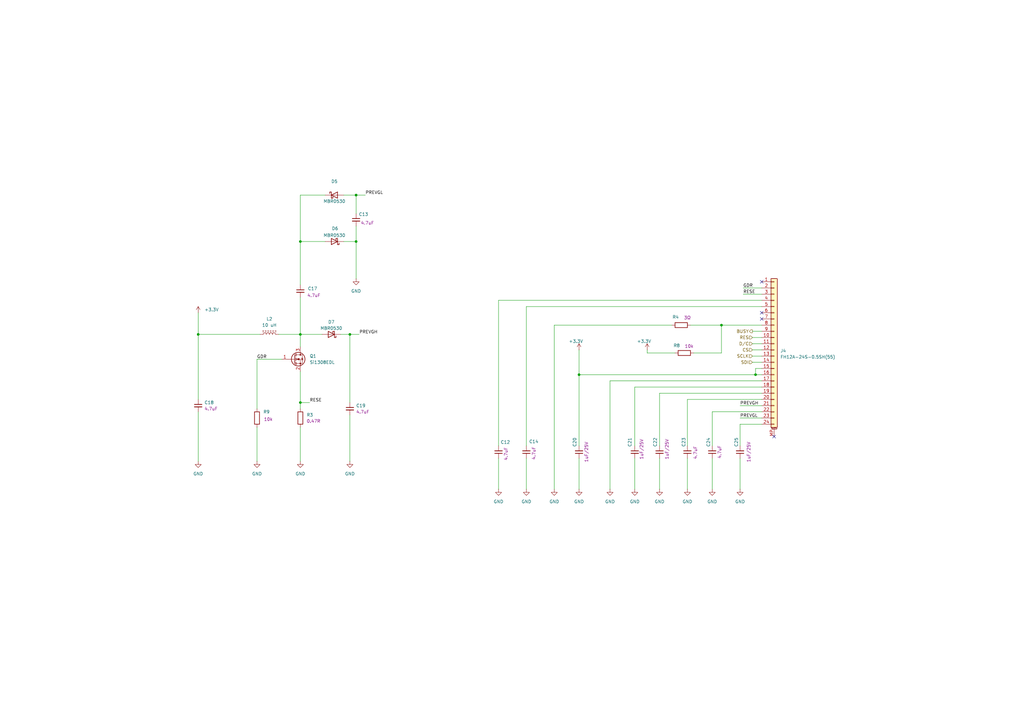
<source format=kicad_sch>
(kicad_sch (version 20250114) (generator "eeschema") (generator_version "9.0")
  (paper "A3")
  (title_block (title "Display") (rev "v0.1"))
  (lib_symbols
    (symbol "2s_Capacitor:1uF_0603_25V" (pin_numbers (hide yes)) (pin_names (offset 0.254) (hide yes))
      (property "Reference" "C" (at 1.905 1.27 0))
      (property "Display" "1uF/25V" (at 1.905 -1.27 0))
      (symbol "1uF_0603_25V_0_1"
        (polyline (pts (xy -1.524 0.508) (xy 1.524 0.508)) (stroke (width 0.3048)))
        (polyline (pts (xy -1.524 -0.508) (xy 1.524 -0.508)) (stroke (width 0.3302)))
      )
      (symbol "1uF_0603_25V_1_1"
        (pin passive line (at 0 2.54 270) (length 2.032) (name "~") (number "1"))
        (pin passive line (at 0 -2.54 90) (length 2.032) (name "~") (number "2"))
      )
    )
    (symbol "2s_Capacitor:4.7uF_0603_25V" (pin_numbers (hide yes)) (pin_names (offset 0.254) (hide yes))
      (property "Reference" "C" (at 1.905 1.27 0))
      (property "Display" "4.7uF" (at 1.905 -1.27 0))
      (symbol "4.7uF_0603_25V_0_1"
        (polyline (pts (xy -1.524 0.508) (xy 1.524 0.508)) (stroke (width 0.3048)))
        (polyline (pts (xy -1.524 -0.508) (xy 1.524 -0.508)) (stroke (width 0.3302)))
      )
      (symbol "4.7uF_0603_25V_1_1"
        (pin passive line (at 0 2.54 270) (length 2.032) (name "~") (number "1"))
        (pin passive line (at 0 -2.54 90) (length 2.032) (name "~") (number "2"))
      )
    )
    (symbol "2s_Resistor_0603:0.47R_0603" (pin_numbers (hide yes)) (pin_names (offset 0))
      (property "Reference" "R" (at 2.032 0 90))
      (property "Display" "0.47R" (at 3.81 0 90))
      (symbol "0.47R_0603_0_1"
        (rectangle (start -1.016 -2.54) (end 1.016 2.54) (stroke (width 0.254)))
      )
      (symbol "0.47R_0603_1_1"
        (pin passive line (at 0 3.81 270) (length 1.27) (name "~") (number "1"))
        (pin passive line (at 0 -3.81 90) (length 1.27) (name "~") (number "2"))
      )
    )
    (symbol "2s_Resistor_0603:10k_0603" (pin_numbers (hide yes)) (pin_names (offset 0))
      (property "Reference" "R" (at 2.032 0 90))
      (property "Display" "10k" (at 3.81 0 90))
      (symbol "10k_0603_0_1"
        (rectangle (start -1.016 -2.54) (end 1.016 2.54) (stroke (width 0.254)))
      )
      (symbol "10k_0603_1_1"
        (pin passive line (at 0 3.81 270) (length 1.27) (name "~") (number "1"))
        (pin passive line (at 0 -3.81 90) (length 1.27) (name "~") (number "2"))
      )
    )
    (symbol "2s_Resistor_0603:3Ω_0603" (pin_numbers (hide yes)) (pin_names (offset 0))
      (property "Reference" "R" (at 2.032 0 90))
      (property "Display" "3Ω" (at 3.81 0 90))
      (symbol "3Ω_0603_0_1"
        (rectangle (start -1.016 -2.54) (end 1.016 2.54) (stroke (width 0.254)))
      )
      (symbol "3Ω_0603_1_1"
        (pin passive line (at 0 3.81 270) (length 1.27) (name "~") (number "1"))
        (pin passive line (at 0 -3.81 90) (length 1.27) (name "~") (number "2"))
      )
    )
    (symbol "2s_connectors:FH12A-24S-0.5SH(55)" (pin_names (offset 1.016) (hide yes))
      (property "Reference" "J" (at 0 30.48 0))
      (property "Value" "FH12A-24S-0.5SH(55)" (at 1.27 -33.02 0))
      (symbol "FH12A-24S-0.5SH(55)_1_1"
        (rectangle (start -1.27 29.21) (end 1.27 -31.75) (stroke (width 0.254)) (fill (type background)))
        (rectangle (start -1.27 28.067) (end 0 27.813) (stroke (width 0.1524)))
        (rectangle (start -1.27 25.527) (end 0 25.273) (stroke (width 0.1524)))
        (rectangle (start -1.27 22.987) (end 0 22.733) (stroke (width 0.1524)))
        (rectangle (start -1.27 20.447) (end 0 20.193) (stroke (width 0.1524)))
        (rectangle (start -1.27 17.907) (end 0 17.653) (stroke (width 0.1524)))
        (rectangle (start -1.27 15.367) (end 0 15.113) (stroke (width 0.1524)))
        (rectangle (start -1.27 12.827) (end 0 12.573) (stroke (width 0.1524)))
        (rectangle (start -1.27 10.287) (end 0 10.033) (stroke (width 0.1524)))
        (rectangle (start -1.27 7.747) (end 0 7.493) (stroke (width 0.1524)))
        (rectangle (start -1.27 5.207) (end 0 4.953) (stroke (width 0.1524)))
        (rectangle (start -1.27 2.667) (end 0 2.413) (stroke (width 0.1524)))
        (rectangle (start -1.27 0.127) (end 0 -0.127) (stroke (width 0.1524)))
        (rectangle (start -1.27 -2.413) (end 0 -2.667) (stroke (width 0.1524)))
        (rectangle (start -1.27 -4.953) (end 0 -5.207) (stroke (width 0.1524)))
        (rectangle (start -1.27 -7.493) (end 0 -7.747) (stroke (width 0.1524)))
        (rectangle (start -1.27 -10.033) (end 0 -10.287) (stroke (width 0.1524)))
        (rectangle (start -1.27 -12.573) (end 0 -12.827) (stroke (width 0.1524)))
        (rectangle (start -1.27 -15.113) (end 0 -15.367) (stroke (width 0.1524)))
        (rectangle (start -1.27 -17.653) (end 0 -17.907) (stroke (width 0.1524)))
        (rectangle (start -1.27 -20.193) (end 0 -20.447) (stroke (width 0.1524)))
        (rectangle (start -1.27 -22.733) (end 0 -22.987) (stroke (width 0.1524)))
        (rectangle (start -1.27 -25.273) (end 0 -25.527) (stroke (width 0.1524)))
        (rectangle (start -1.27 -27.813) (end 0 -28.067) (stroke (width 0.1524)))
        (rectangle (start -1.27 -30.353) (end 0 -30.607) (stroke (width 0.1524)))
        (polyline (pts (xy -1.016 -32.512) (xy 1.016 -32.512)) (stroke (width 0.1524)))
        (text "Mounting" (at 0 -32.131 0) (effects (font (size 0.381 0.381))))
        (pin passive line (at -5.08 27.94 0) (length 3.81) (name "Pin_1") (number "1"))
        (pin passive line (at -5.08 25.4 0) (length 3.81) (name "Pin_2") (number "2"))
        (pin passive line (at -5.08 22.86 0) (length 3.81) (name "Pin_3") (number "3"))
        (pin passive line (at -5.08 20.32 0) (length 3.81) (name "Pin_4") (number "4"))
        (pin passive line (at -5.08 17.78 0) (length 3.81) (name "Pin_5") (number "5"))
        (pin passive line (at -5.08 15.24 0) (length 3.81) (name "Pin_6") (number "6"))
        (pin passive line (at -5.08 12.7 0) (length 3.81) (name "Pin_7") (number "7"))
        (pin passive line (at -5.08 10.16 0) (length 3.81) (name "Pin_8") (number "8"))
        (pin passive line (at -5.08 7.62 0) (length 3.81) (name "Pin_9") (number "9"))
        (pin passive line (at -5.08 5.08 0) (length 3.81) (name "Pin_10") (number "10"))
        (pin passive line (at -5.08 2.54 0) (length 3.81) (name "Pin_11") (number "11"))
        (pin passive line (at -5.08 0 0) (length 3.81) (name "Pin_12") (number "12"))
        (pin passive line (at -5.08 -2.54 0) (length 3.81) (name "Pin_13") (number "13"))
        (pin passive line (at -5.08 -5.08 0) (length 3.81) (name "Pin_14") (number "14"))
        (pin passive line (at -5.08 -7.62 0) (length 3.81) (name "Pin_15") (number "15"))
        (pin passive line (at -5.08 -10.16 0) (length 3.81) (name "Pin_16") (number "16"))
        (pin passive line (at -5.08 -12.7 0) (length 3.81) (name "Pin_17") (number "17"))
        (pin passive line (at -5.08 -15.24 0) (length 3.81) (name "Pin_18") (number "18"))
        (pin passive line (at -5.08 -17.78 0) (length 3.81) (name "Pin_19") (number "19"))
        (pin passive line (at -5.08 -20.32 0) (length 3.81) (name "Pin_20") (number "20"))
        (pin passive line (at -5.08 -22.86 0) (length 3.81) (name "Pin_21") (number "21"))
        (pin passive line (at -5.08 -25.4 0) (length 3.81) (name "Pin_22") (number "22"))
        (pin passive line (at -5.08 -27.94 0) (length 3.81) (name "Pin_23") (number "23"))
        (pin passive line (at -5.08 -30.48 0) (length 3.81) (name "Pin_24") (number "24"))
        (pin passive line (at 0 -35.56 90) (length 3.048) (name "MountPin") (number "MP"))
      )
    )
    (symbol "2s_diodes:MBR0530" (pin_numbers (hide yes)) (pin_names (offset 1.016) (hide yes))
      (property "Reference" "D" (at 0 2.54 0))
      (property "Value" "MBR0530" (at 0 -2.54 0))
      (symbol "MBR0530_0_1"
        (polyline (pts (xy -1.905 0.635) (xy -1.905 1.27) (xy -1.27 1.27) (xy -1.27 -1.27) (xy -0.635 -1.27) (xy -0.635 -0.635)) (stroke (width 0.254)))
        (polyline (pts (xy 1.27 1.27) (xy 1.27 -1.27) (xy -1.27 0) (xy 1.27 1.27)) (stroke (width 0.254)))
        (polyline (pts (xy 1.27 0) (xy -1.27 0)))
      )
      (symbol "MBR0530_1_1"
        (pin passive line (at -3.81 0 0) (length 2.54) (name "K") (number "1"))
        (pin passive line (at 3.81 0 180) (length 2.54) (name "A") (number "2"))
      )
    )
    (symbol "2s_inductors:7447732110" (pin_numbers (hide yes)) (pin_names (offset 1.016) (hide yes))
      (property "Reference" "L" (at -1.27 0 90))
      (property "Value" "10 uH" (at 2.794 0 90))
      (symbol "7447732110_0_1"
        (arc (start 0 2.54) (mid 0.6323 1.905) (end 0 1.27))
        (arc (start 0 1.27) (mid 0.6323 0.635) (end 0 0))
        (arc (start 0 0) (mid 0.6323 -0.635) (end 0 -1.27))
        (arc (start 0 -1.27) (mid 0.6323 -1.905) (end 0 -2.54))
        (polyline (pts (xy 1.016 2.286) (xy 1.016 2.794)))
        (polyline (pts (xy 1.016 1.27) (xy 1.016 1.778)))
        (polyline (pts (xy 1.016 0.254) (xy 1.016 0.762)))
        (polyline (pts (xy 1.016 -0.762) (xy 1.016 -0.254)))
        (polyline (pts (xy 1.016 -1.778) (xy 1.016 -1.27)))
        (polyline (pts (xy 1.016 -2.794) (xy 1.016 -2.286)))
        (polyline (pts (xy 1.524 2.794) (xy 1.524 2.286)))
        (polyline (pts (xy 1.524 1.778) (xy 1.524 1.27)))
        (polyline (pts (xy 1.524 0.762) (xy 1.524 0.254)))
        (polyline (pts (xy 1.524 -0.254) (xy 1.524 -0.762)))
        (polyline (pts (xy 1.524 -1.27) (xy 1.524 -1.778)))
        (polyline (pts (xy 1.524 -2.286) (xy 1.524 -2.794)))
      )
      (symbol "7447732110_1_1"
        (pin passive line (at 0 3.81 270) (length 1.27) (name "1") (number "1"))
        (pin passive line (at 0 -3.81 90) (length 1.27) (name "2") (number "2"))
      )
    )
    (symbol "2s_transistors:Si1308EDL" (pin_names (offset 0) (hide yes))
      (property "Reference" "Q" (at 5.08 1.905 0))
      (property "Value" "Si1308EDL" (at 5.08 0 0))
      (symbol "Si1308EDL_0_1"
        (polyline (pts (xy 0.254 1.905) (xy 0.254 -1.905)) (stroke (width 0.254)))
        (polyline (pts (xy 0.254 0) (xy -2.54 0)))
        (polyline (pts (xy 0.762 2.286) (xy 0.762 1.27)) (stroke (width 0.254)))
        (polyline (pts (xy 0.762 0.508) (xy 0.762 -0.508)) (stroke (width 0.254)))
        (polyline (pts (xy 0.762 -1.27) (xy 0.762 -2.286)) (stroke (width 0.254)))
        (polyline (pts (xy 0.762 -1.778) (xy 3.302 -1.778) (xy 3.302 1.778) (xy 0.762 1.778)))
        (polyline (pts (xy 1.016 0) (xy 2.032 0.381) (xy 2.032 -0.381) (xy 1.016 0)) (fill (type outline)))
        (circle (center 1.651 0) (radius 2.794) (stroke (width 0.254)))
        (polyline (pts (xy 2.54 2.54) (xy 2.54 1.778)))
        (circle (center 2.54 1.778) (radius 0.254) (fill (type outline)))
        (circle (center 2.54 -1.778) (radius 0.254) (fill (type outline)))
        (polyline (pts (xy 2.54 -2.54) (xy 2.54 0) (xy 0.762 0)))
        (polyline (pts (xy 2.921 0.381) (xy 3.683 0.381)))
        (polyline (pts (xy 3.302 0.381) (xy 2.921 -0.254) (xy 3.683 -0.254) (xy 3.302 0.381)))
      )
      (symbol "Si1308EDL_1_1"
        (pin input line (at -5.08 0 0) (length 2.54) (name "G") (number "1"))
        (pin passive line (at 2.54 5.08 270) (length 2.54) (name "D") (number "3"))
        (pin passive line (at 2.54 -5.08 90) (length 2.54) (name "S") (number "2"))
      )
    )
    (symbol "power:+3.3V" (power) (pin_numbers (hide yes)) (pin_names (offset 0) (hide yes))
      (property "Value" "+3.3V" (at 0 3.556 0))
      (symbol "+3.3V_0_1"
        (polyline (pts (xy -0.762 1.27) (xy 0 2.54)))
        (polyline (pts (xy 0 2.54) (xy 0.762 1.27)))
        (polyline (pts (xy 0 0) (xy 0 2.54)))
      )
      (symbol "+3.3V_1_1"
        (pin power_in line (at 0 0 90) (length 0) (name "~") (number "1"))
      )
    )
    (symbol "power:GND" (power) (pin_numbers (hide yes)) (pin_names (offset 0) (hide yes))
      (property "Value" "GND" (at 0 -3.81 0))
      (symbol "GND_0_1"
        (polyline (pts (xy 0 0) (xy 0 -1.27) (xy 1.27 -1.27) (xy 0 -2.54) (xy -1.27 -1.27) (xy 0 -1.27)))
      )
      (symbol "GND_1_1"
        (pin power_in line (at 0 0 270) (length 0) (name "~") (number "1"))
      )
    )
  )
  (junction (at 81.28 137.16))
  (junction (at 143.51 137.16))
  (junction (at 123.19 137.16))
  (junction (at 123.19 99.06))
  (junction (at 309.88 153.67))
  (junction (at 123.19 165.1))
  (junction (at 146.05 80.01))
  (junction (at 237.49 153.67))
  (junction (at 295.91 133.35))
  (junction (at 146.05 99.06))
  (no_connect (at 317.5 179.07))
  (no_connect (at 312.42 128.27))
  (no_connect (at 312.42 130.81))
  (no_connect (at 312.42 115.57))
  (wire (pts (xy 270.51 161.29) (xy 270.51 182.88)))
  (wire (pts (xy 123.19 80.01) (xy 123.19 99.06)))
  (wire (pts (xy 133.35 80.01) (xy 123.19 80.01)))
  (wire (pts (xy 139.7 137.16) (xy 143.51 137.16)))
  (wire (pts (xy 81.28 137.16) (xy 81.28 128.27)))
  (wire (pts (xy 81.28 137.16) (xy 81.28 163.83)))
  (wire (pts (xy 292.1 168.91) (xy 292.1 182.88)))
  (wire (pts (xy 281.94 163.83) (xy 312.42 163.83)))
  (wire (pts (xy 309.88 153.67) (xy 312.42 153.67)))
  (wire (pts (xy 304.8 120.65) (xy 312.42 120.65)))
  (wire (pts (xy 114.3 137.16) (xy 123.19 137.16)))
  (wire (pts (xy 284.48 144.78) (xy 295.91 144.78)))
  (wire (pts (xy 250.19 156.21) (xy 312.42 156.21)))
  (wire (pts (xy 308.61 148.59) (xy 312.42 148.59)))
  (wire (pts (xy 105.41 175.26) (xy 105.41 189.23)))
  (wire (pts (xy 123.19 137.16) (xy 123.19 142.24)))
  (wire (pts (xy 265.43 144.78) (xy 276.86 144.78)))
  (wire (pts (xy 303.53 171.45) (xy 312.42 171.45)))
  (wire (pts (xy 81.28 168.91) (xy 81.28 189.23)))
  (wire (pts (xy 303.53 166.37) (xy 312.42 166.37)))
  (wire (pts (xy 132.08 137.16) (xy 123.19 137.16)))
  (wire (pts (xy 309.88 151.13) (xy 309.88 153.67)))
  (wire (pts (xy 140.97 80.01) (xy 146.05 80.01)))
  (wire (pts (xy 303.53 173.99) (xy 303.53 182.88)))
  (wire (pts (xy 123.19 121.92) (xy 123.19 137.16)))
  (wire (pts (xy 308.61 143.51) (xy 312.42 143.51)))
  (wire (pts (xy 292.1 187.96) (xy 292.1 200.66)))
  (wire (pts (xy 227.33 133.35) (xy 275.59 133.35)))
  (wire (pts (xy 308.61 140.97) (xy 312.42 140.97)))
  (wire (pts (xy 215.9 125.73) (xy 312.42 125.73)))
  (wire (pts (xy 237.49 187.96) (xy 237.49 200.66)))
  (wire (pts (xy 260.35 158.75) (xy 260.35 182.88)))
  (wire (pts (xy 123.19 99.06) (xy 133.35 99.06)))
  (wire (pts (xy 295.91 133.35) (xy 312.42 133.35)))
  (wire (pts (xy 250.19 156.21) (xy 250.19 200.66)))
  (wire (pts (xy 105.41 147.32) (xy 105.41 167.64)))
  (wire (pts (xy 227.33 133.35) (xy 227.33 200.66)))
  (wire (pts (xy 283.21 133.35) (xy 295.91 133.35)))
  (wire (pts (xy 140.97 99.06) (xy 146.05 99.06)))
  (wire (pts (xy 123.19 152.4) (xy 123.19 165.1)))
  (wire (pts (xy 237.49 153.67) (xy 309.88 153.67)))
  (wire (pts (xy 270.51 161.29) (xy 312.42 161.29)))
  (wire (pts (xy 295.91 144.78) (xy 295.91 133.35)))
  (wire (pts (xy 308.61 138.43) (xy 312.42 138.43)))
  (wire (pts (xy 260.35 187.96) (xy 260.35 200.66)))
  (wire (pts (xy 204.47 187.96) (xy 204.47 200.66)))
  (wire (pts (xy 146.05 92.71) (xy 146.05 99.06)))
  (wire (pts (xy 146.05 114.3) (xy 146.05 99.06)))
  (wire (pts (xy 265.43 143.51) (xy 265.43 144.78)))
  (wire (pts (xy 312.42 123.19) (xy 204.47 123.19)))
  (wire (pts (xy 237.49 153.67) (xy 237.49 182.88)))
  (wire (pts (xy 308.61 146.05) (xy 312.42 146.05)))
  (wire (pts (xy 281.94 163.83) (xy 281.94 182.88)))
  (wire (pts (xy 105.41 147.32) (xy 115.57 147.32)))
  (wire (pts (xy 303.53 187.96) (xy 303.53 200.66)))
  (wire (pts (xy 312.42 151.13) (xy 309.88 151.13)))
  (wire (pts (xy 292.1 168.91) (xy 312.42 168.91)))
  (wire (pts (xy 143.51 170.18) (xy 143.51 189.23)))
  (wire (pts (xy 123.19 175.26) (xy 123.19 189.23)))
  (wire (pts (xy 237.49 143.51) (xy 237.49 153.67)))
  (wire (pts (xy 81.28 137.16) (xy 106.68 137.16)))
  (wire (pts (xy 143.51 137.16) (xy 147.32 137.16)))
  (wire (pts (xy 143.51 137.16) (xy 143.51 165.1)))
  (wire (pts (xy 123.19 99.06) (xy 123.19 116.84)))
  (wire (pts (xy 123.19 165.1) (xy 123.19 167.64)))
  (wire (pts (xy 146.05 80.01) (xy 149.86 80.01)))
  (wire (pts (xy 123.19 165.1) (xy 127 165.1)))
  (wire (pts (xy 146.05 80.01) (xy 146.05 87.63)))
  (wire (pts (xy 215.9 125.73) (xy 215.9 182.88)))
  (wire (pts (xy 304.8 118.11) (xy 312.42 118.11)))
  (wire (pts (xy 312.42 173.99) (xy 303.53 173.99)))
  (wire (pts (xy 270.51 187.96) (xy 270.51 200.66)))
  (wire (pts (xy 281.94 187.96) (xy 281.94 200.66)))
  (wire (pts (xy 204.47 123.19) (xy 204.47 182.88)))
  (wire (pts (xy 260.35 158.75) (xy 312.42 158.75)))
  (wire (pts (xy 308.61 135.89) (xy 312.42 135.89)))
  (wire (pts (xy 215.9 187.96) (xy 215.9 200.66)))
  (label "PREVGL" (at 149.86 80.01 0))
  (label "GDR" (at 105.41 147.32 0))
  (label "PREVGH" (at 303.53 166.37 0))
  (label "PREVGH" (at 147.32 137.16 0))
  (label "RESE" (at 127 165.1 0))
  (label "GDR" (at 304.8 118.11 0))
  (label "RESE" (at 304.8 120.65 0))
  (label "PREVGL" (at 303.53 171.45 0))
  (hierarchical_label "BUSY" (shape output) (at 308.61 135.89 180))
  (hierarchical_label "SCLK" (shape input) (at 308.61 146.05 180))
  (hierarchical_label "CS" (shape input) (at 308.61 143.51 180))
  (hierarchical_label "D{slash}C" (shape input) (at 308.61 140.97 180))
  (hierarchical_label "SDI" (shape input) (at 308.61 148.59 180))
  (hierarchical_label "RES" (shape input) (at 308.61 138.43 180))
  (symbol (lib_id "2s_Capacitor:1uF_0603_25V") (at 270.51 185.42 0) (unit 1)
    (property "Reference" "C22" (at 268.732 181.356 90))
    (property "Value" "1uF_0603_25V" (effects (hide yes)))
    (property "Footprint" "Capacitor_SMD:C_0603_1608Metric" (effects (hide yes)))
    (property "Description" "1uF, Min. 25V, 0603, Ceramic/MLCC" (effects (hide yes)))
    (property "Specifications" "1uF, Min. 25V, 0603, Ceramic/MLCC" (effects (hide yes)))
    (property "Manufacturer" "Murata" (effects (hide yes)))
    (property "MPN" "GRM188R61E105KA12D" (effects (hide yes)))
    (property "Display" "1uF/25V" (at 273.558 188.468 90) (effects (justify left)))
    (property "JLCPCB ID" "C15849" (effects (hide yes)))
    (property "Production Stage" "A" (effects (hide yes)))
  )
  (symbol (lib_id "2s_Resistor_0603:3Ω_0603") (at 279.4 133.35 90) (unit 1)
    (property "Reference" "R4" (at 277.114 130.048 90))
    (property "Value" "3Ω_0603" (effects (hide yes)))
    (property "Footprint" "Resistor_SMD:R_0603_1608Metric" (effects (hide yes)))
    (property "Description" "3Ω, 1%, 1/10W, 0603" (effects (hide yes)))
    (property "Specifications" "3Ω, 1%, 1/10W, 0603" (effects (hide yes)))
    (property "Manufacturer" "Yageo" (effects (hide yes)))
    (property "MPN" "RC0603FR-073RL" (effects (hide yes)))
    (property "Display" "3Ω" (at 281.94 130.302 90))
    (property "JLCPCB ID" "C137724" (effects (hide yes)))
    (property "Production Stage" "A" (effects (hide yes)))
  )
  (symbol (lib_id "power:GND") (at 303.53 200.66 0) (unit 1)
    (property "Reference" "#PWR048" (effects (hide yes)))
    (property "Value" "GND" (at 303.53 205.74 0))
    (property "Description" "Power symbol creates a global label with name \"GND\" , ground" (effects (hide yes)))
  )
  (symbol (lib_id "2s_Capacitor:4.7uF_0603_25V") (at 204.47 185.42 180) (unit 1)
    (property "Reference" "C12" (at 207.264 181.356 0))
    (property "Value" "4.7uF_0603_25V" (effects (hide yes)))
    (property "Footprint" "Capacitor_SMD:C_0603_1608Metric" (effects (hide yes)))
    (property "Description" "CAP CER 4.7UF 25V X5R 0603" (effects (hide yes)))
    (property "Specifications" "4.7uF, Min. 25V 10%, X7R or X5R or similar" (effects (hide yes)))
    (property "Manufacturer" "Murata" (effects (hide yes)))
    (property "MPN" "GRM188R61E475KE11D" (effects (hide yes)))
    (property "Display" "4.7uF" (at 207.518 183.388 90) (effects (justify left)))
  )
  (symbol (lib_id "2s_connectors:FH12A-24S-0.5SH(55)") (at 317.5 143.51 0) (unit 1)
    (property "Reference" "J4" (at 320.04 143.8655 0) (effects (justify left)))
    (property "Value" "FH12A-24S-0.5SH(55)" (at 320.04 146.4055 0) (effects (justify left)))
    (property "Footprint" "2s_connectors:Hirose_FH12-24S-0.5SH_1x24-1MP_P0.50mm_Horizontal_INVERTED" (effects (hide yes)))
    (property "Description" "CONN FFC FPC TOP 24POS 0.5MM R/A" (effects (hide yes)))
    (property "Manufacturer" "Hirose Electric Co Ltd" (effects (hide yes)))
    (property "MPN" "FH12A-24S-0.5SH(55)" (effects (hide yes)))
    (property "Digi-Key_PN" "HFK124CT-ND" (effects (hide yes)))
  )
  (symbol (lib_id "power:GND") (at 143.51 189.23 0) (unit 1)
    (property "Reference" "#PWR032" (effects (hide yes)))
    (property "Value" "GND" (at 143.51 194.31 0))
    (property "Description" "Power symbol creates a global label with name \"GND\" , ground" (effects (hide yes)))
  )
  (symbol (lib_id "2s_transistors:Si1308EDL") (at 120.65 147.32 0) (unit 1)
    (property "Reference" "Q1" (at 127 146.0499 0) (effects (justify left)))
    (property "Value" "Si1308EDL" (at 127 148.5899 0) (effects (justify left)))
    (property "Footprint" "Package_TO_SOT_SMD:SOT-323_SC-70" (effects (hide yes)))
    (property "Datasheet" "https://www.vishay.com/docs/63399/si1308edl.pdf" (effects (hide yes)))
    (property "Description" "30V Vds, 1.4A Id, N-Channel MOSFET, SC-70" (effects (hide yes)))
    (property "Manufacturer" "Vishay Siliconix" (effects (hide yes)))
    (property "MPN" "SI1308EDL-T1-GE3" (effects (hide yes)))
    (property "Digi-Key_PN" "SI1308EDL-T1-GE3TR-ND" (effects (hide yes)))
  )
  (symbol (lib_id "2s_Capacitor:4.7uF_0603_25V") (at 215.9 185.42 180) (unit 1)
    (property "Reference" "C14" (at 218.948 181.102 0))
    (property "Value" "4.7uF_0603_25V" (effects (hide yes)))
    (property "Footprint" "Capacitor_SMD:C_0603_1608Metric" (effects (hide yes)))
    (property "Description" "CAP CER 4.7UF 25V X5R 0603" (effects (hide yes)))
    (property "Specifications" "4.7uF, Min. 25V 10%, X7R or X5R or similar" (effects (hide yes)))
    (property "Manufacturer" "Murata" (effects (hide yes)))
    (property "MPN" "GRM188R61E475KE11D" (effects (hide yes)))
    (property "Display" "4.7uF" (at 218.948 183.134 90) (effects (justify left)))
  )
  (symbol (lib_id "2s_Capacitor:4.7uF_0603_25V") (at 81.28 166.37 0) (unit 1)
    (property "Reference" "C18" (at 83.82 165.1062 0) (effects (justify left)))
    (property "Value" "4.7uF_0603_25V" (effects (hide yes)))
    (property "Footprint" "Capacitor_SMD:C_0603_1608Metric" (effects (hide yes)))
    (property "Description" "CAP CER 4.7UF 25V X5R 0603" (effects (hide yes)))
    (property "Specifications" "4.7uF, Min. 25V 10%, X7R or X5R or similar" (effects (hide yes)))
    (property "Manufacturer" "Murata" (effects (hide yes)))
    (property "MPN" "GRM188R61E475KE11D" (effects (hide yes)))
    (property "Display" "4.7uF" (at 83.82 167.6462 0) (effects (justify left)))
  )
  (symbol (lib_id "power:GND") (at 123.19 189.23 0) (unit 1)
    (property "Reference" "#PWR034" (effects (hide yes)))
    (property "Value" "GND" (at 123.19 194.31 0))
    (property "Description" "Power symbol creates a global label with name \"GND\" , ground" (effects (hide yes)))
  )
  (symbol (lib_id "2s_Capacitor:1uF_0603_25V") (at 260.35 185.42 0) (unit 1)
    (property "Reference" "C21" (at 258.318 181.356 90))
    (property "Value" "1uF_0603_25V" (effects (hide yes)))
    (property "Footprint" "Capacitor_SMD:C_0603_1608Metric" (effects (hide yes)))
    (property "Description" "1uF, Min. 25V, 0603, Ceramic/MLCC" (effects (hide yes)))
    (property "Specifications" "1uF, Min. 25V, 0603, Ceramic/MLCC" (effects (hide yes)))
    (property "Manufacturer" "Murata" (effects (hide yes)))
    (property "MPN" "GRM188R61E105KA12D" (effects (hide yes)))
    (property "Display" "1uF/25V" (at 263.144 188.468 90) (effects (justify left)))
    (property "JLCPCB ID" "C15849" (effects (hide yes)))
    (property "Production Stage" "A" (effects (hide yes)))
  )
  (symbol (lib_id "power:GND") (at 204.47 200.66 0) (unit 1)
    (property "Reference" "#PWR023" (effects (hide yes)))
    (property "Value" "GND" (at 204.47 205.74 0))
    (property "Description" "Power symbol creates a global label with name \"GND\" , ground" (effects (hide yes)))
  )
  (symbol (lib_id "2s_diodes:MBR0530") (at 137.16 80.01 0) (unit 1)
    (property "Reference" "D5" (at 137.16 74.422 0))
    (property "Value" "MBR0530" (at 137.16 82.55 0))
    (property "Footprint" "Diode_SMD:D_SOD-123" (effects (hide yes)))
    (property "Datasheet" "http://www.mccsemi.com/up_pdf/MBR0520~MBR0580(SOD123).pdf" (effects (hide yes)))
    (property "Description" "30V 0.5A Schottky Power Rectifier Diode, SOD-123" (effects (hide yes)))
    (property "Manufacturer" "MCC (Micro Commercial Components)" (effects (hide yes)))
    (property "MPN" "MBR0530-TP" (effects (hide yes)))
    (property "Digi-Key_PN" "MBR0530TPMSTR-ND" (effects (hide yes)))
  )
  (symbol (lib_id "2s_Capacitor:1uF_0603_25V") (at 237.49 185.42 180) (unit 1)
    (property "Reference" "C20" (at 235.712 181.356 90))
    (property "Value" "1uF_0603_25V" (effects (hide yes)))
    (property "Footprint" "Capacitor_SMD:C_0603_1608Metric" (effects (hide yes)))
    (property "Description" "1uF, Min. 25V, 0603, Ceramic/MLCC" (effects (hide yes)))
    (property "Specifications" "1uF, Min. 25V, 0603, Ceramic/MLCC" (effects (hide yes)))
    (property "Manufacturer" "Murata" (effects (hide yes)))
    (property "MPN" "GRM188R61E105KA12D" (effects (hide yes)))
    (property "Display" "1uF/25V" (at 240.538 181.102 90) (effects (justify left)))
    (property "JLCPCB ID" "C15849" (effects (hide yes)))
    (property "Production Stage" "A" (effects (hide yes)))
  )
  (symbol (lib_id "2s_Capacitor:4.7uF_0603_25V") (at 292.1 185.42 180) (unit 1)
    (property "Reference" "C24" (at 290.576 181.356 90))
    (property "Value" "4.7uF_0603_25V" (effects (hide yes)))
    (property "Footprint" "Capacitor_SMD:C_0603_1608Metric" (effects (hide yes)))
    (property "Description" "CAP CER 4.7UF 25V X5R 0603" (effects (hide yes)))
    (property "Specifications" "4.7uF, Min. 25V 10%, X7R or X5R or similar" (effects (hide yes)))
    (property "Manufacturer" "Murata" (effects (hide yes)))
    (property "MPN" "GRM188R61E475KE11D" (effects (hide yes)))
    (property "Display" "4.7uF" (at 295.148 182.626 90) (effects (justify left)))
  )
  (symbol (lib_id "power:GND") (at 105.41 189.23 0) (unit 1)
    (property "Reference" "#PWR070" (effects (hide yes)))
    (property "Value" "GND" (at 105.41 194.31 0))
    (property "Description" "Power symbol creates a global label with name \"GND\" , ground" (effects (hide yes)))
  )
  (symbol (lib_id "power:GND") (at 270.51 200.66 0) (unit 1)
    (property "Reference" "#PWR049" (effects (hide yes)))
    (property "Value" "GND" (at 270.51 205.74 0))
    (property "Description" "Power symbol creates a global label with name \"GND\" , ground" (effects (hide yes)))
  )
  (symbol (lib_id "2s_Resistor_0603:10k_0603") (at 105.41 171.45 180) (unit 1)
    (property "Reference" "R9" (at 107.95 168.9099 0) (effects (justify right)))
    (property "Value" "10k_0603" (effects (hide yes)))
    (property "Footprint" "Resistor_SMD:R_0603_1608Metric" (effects (hide yes)))
    (property "Description" "10k, 1%, 1/10W, 0603" (effects (hide yes)))
    (property "Specifications" "10k, 1%, 1/10W, 0603" (effects (hide yes)))
    (property "Manufacturer" "Yageo" (effects (hide yes)))
    (property "MPN" "RC0603FR-0710KL" (effects (hide yes)))
    (property "Display" "10k" (at 108.204 171.958 0) (effects (justify right)))
    (property "JLCPCB ID" "C98220" (effects (hide yes)))
    (property "Production Stage" "A" (effects (hide yes)))
  )
  (symbol (lib_id "2s_Capacitor:4.7uF_0603_25V") (at 123.19 119.38 0) (unit 1)
    (property "Reference" "C17" (at 126.238 118.364 0) (effects (justify left)))
    (property "Value" "4.7uF_0603_25V" (effects (hide yes)))
    (property "Footprint" "Capacitor_SMD:C_0603_1608Metric" (effects (hide yes)))
    (property "Description" "CAP CER 4.7UF 25V X5R 0603" (effects (hide yes)))
    (property "Specifications" "4.7uF, Min. 25V 10%, X7R or X5R or similar" (effects (hide yes)))
    (property "Manufacturer" "Murata" (effects (hide yes)))
    (property "MPN" "GRM188R61E475KE11D" (effects (hide yes)))
    (property "Display" "4.7uF" (at 125.984 121.158 0) (effects (justify left)))
  )
  (symbol (lib_id "2s_diodes:MBR0530") (at 135.89 137.16 180) (unit 1)
    (property "Reference" "D7" (at 135.89 132.08 0))
    (property "Value" "MBR0530" (at 135.89 134.62 0))
    (property "Footprint" "Diode_SMD:D_SOD-123" (effects (hide yes)))
    (property "Datasheet" "http://www.mccsemi.com/up_pdf/MBR0520~MBR0580(SOD123).pdf" (effects (hide yes)))
    (property "Description" "30V 0.5A Schottky Power Rectifier Diode, SOD-123" (effects (hide yes)))
    (property "Manufacturer" "MCC (Micro Commercial Components)" (effects (hide yes)))
    (property "MPN" "MBR0530-TP" (effects (hide yes)))
    (property "Digi-Key_PN" "MBR0530TPMSTR-ND" (effects (hide yes)))
  )
  (symbol (lib_id "power:+3.3V") (at 237.49 143.51 0) (unit 1)
    (property "Reference" "#PWR030" (effects (hide yes)))
    (property "Value" "+3.3V" (at 236.22 139.954 0))
    (property "Description" "Power symbol creates a global label with name \"+3.3V\"" (effects (hide yes)))
  )
  (symbol (lib_id "power:GND") (at 81.28 189.23 0) (unit 1)
    (property "Reference" "#PWR031" (effects (hide yes)))
    (property "Value" "GND" (at 81.28 194.31 0))
    (property "Description" "Power symbol creates a global label with name \"GND\" , ground" (effects (hide yes)))
  )
  (symbol (lib_id "power:GND") (at 237.49 200.66 0) (unit 1)
    (property "Reference" "#PWR045" (effects (hide yes)))
    (property "Value" "GND" (at 237.49 205.74 0))
    (property "Description" "Power symbol creates a global label with name \"GND\" , ground" (effects (hide yes)))
  )
  (symbol (lib_id "2s_Capacitor:4.7uF_0603_25V") (at 281.94 185.42 180) (unit 1)
    (property "Reference" "C23" (at 280.416 181.356 90))
    (property "Value" "4.7uF_0603_25V" (effects (hide yes)))
    (property "Footprint" "Capacitor_SMD:C_0603_1608Metric" (effects (hide yes)))
    (property "Description" "CAP CER 4.7UF 25V X5R 0603" (effects (hide yes)))
    (property "Specifications" "4.7uF, Min. 25V 10%, X7R or X5R or similar" (effects (hide yes)))
    (property "Manufacturer" "Murata" (effects (hide yes)))
    (property "MPN" "GRM188R61E475KE11D" (effects (hide yes)))
    (property "Display" "4.7uF" (at 285.242 182.88 90) (effects (justify left)))
  )
  (symbol (lib_id "2s_Resistor_0603:10k_0603") (at 280.67 144.78 270) (unit 1)
    (property "Reference" "R8" (at 278.892 141.732 90) (effects (justify right)))
    (property "Value" "10k_0603" (effects (hide yes)))
    (property "Footprint" "Resistor_SMD:R_0603_1608Metric" (effects (hide yes)))
    (property "Description" "10k, 1%, 1/10W, 0603" (effects (hide yes)))
    (property "Specifications" "10k, 1%, 1/10W, 0603" (effects (hide yes)))
    (property "Manufacturer" "Yageo" (effects (hide yes)))
    (property "MPN" "RC0603FR-0710KL" (effects (hide yes)))
    (property "Display" "10k" (at 284.48 141.986 90) (effects (justify right)))
    (property "JLCPCB ID" "C98220" (effects (hide yes)))
    (property "Production Stage" "A" (effects (hide yes)))
  )
  (symbol (lib_id "2s_inductors:7447732110") (at 110.49 137.16 90) (unit 1)
    (property "Reference" "L2" (at 110.49 130.81 90))
    (property "Value" "10 uH" (at 110.49 133.35 90))
    (property "Footprint" "Inductor_SMD:L_Wuerth_MAPI-3020" (effects (hide yes)))
    (property "Description" "Inductor with ferrite core" (effects (hide yes)))
    (property "MPN" "7447732110" (effects (hide yes)))
    (property "Manufacturer" "Würth Elektronik" (effects (hide yes)))
    (property "Digi-Key_PN" "732-11499-2-ND" (effects (hide yes)))
  )
  (symbol (lib_id "2s_diodes:MBR0530") (at 137.16 99.06 180) (unit 1)
    (property "Reference" "D6" (at 137.414 93.726 0))
    (property "Value" "MBR0530" (at 137.16 96.52 0))
    (property "Footprint" "Diode_SMD:D_SOD-123" (effects (hide yes)))
    (property "Datasheet" "http://www.mccsemi.com/up_pdf/MBR0520~MBR0580(SOD123).pdf" (effects (hide yes)))
    (property "Description" "30V 0.5A Schottky Power Rectifier Diode, SOD-123" (effects (hide yes)))
    (property "Manufacturer" "MCC (Micro Commercial Components)" (effects (hide yes)))
    (property "MPN" "MBR0530-TP" (effects (hide yes)))
    (property "Digi-Key_PN" "MBR0530TPMSTR-ND" (effects (hide yes)))
  )
  (symbol (lib_id "power:+3.3V") (at 81.28 128.27 0) (unit 1)
    (property "Reference" "#PWR027" (effects (hide yes)))
    (property "Value" "+3.3V" (at 83.82 126.9999 0) (effects (justify left)))
    (property "Description" "Power symbol creates a global label with name \"+3.3V\"" (effects (hide yes)))
  )
  (symbol (lib_id "power:GND") (at 250.19 200.66 0) (unit 1)
    (property "Reference" "#PWR051" (effects (hide yes)))
    (property "Value" "GND" (at 250.19 205.74 0))
    (property "Description" "Power symbol creates a global label with name \"GND\" , ground" (effects (hide yes)))
  )
  (symbol (lib_id "power:+3.3V") (at 265.43 143.51 0) (unit 1)
    (property "Reference" "#PWR028" (effects (hide yes)))
    (property "Value" "+3.3V" (at 264.16 139.954 0))
    (property "Description" "Power symbol creates a global label with name \"+3.3V\"" (effects (hide yes)))
  )
  (symbol (lib_id "2s_Resistor_0603:0.47R_0603") (at 123.19 171.45 0) (unit 1)
    (property "Reference" "R3" (at 125.73 170.1799 0) (effects (justify left)))
    (property "Value" "0.47R_0603" (effects (hide yes)))
    (property "Footprint" "Resistor_SMD:R_0603_1608Metric" (effects (hide yes)))
    (property "Description" "RES 0.47 OHM 1% 1/10W 0603" (effects (hide yes)))
    (property "Specifications" "0.47R, 1%, 1/10W, 0603" (effects (hide yes)))
    (property "Manufacturer" "Panasonic Electronic Components" (effects (hide yes)))
    (property "MPN" "ERJ-3RQFR47V" (effects (hide yes)))
    (property "Display" "0.47R" (at 125.73 172.7199 0) (effects (justify left)))
    (property "Digi-Key_PN" "P.47AJTR-ND" (effects (hide yes)))
  )
  (symbol (lib_id "power:GND") (at 227.33 200.66 0) (unit 1)
    (property "Reference" "#PWR054" (effects (hide yes)))
    (property "Value" "GND" (at 227.33 205.74 0))
    (property "Description" "Power symbol creates a global label with name \"GND\" , ground" (effects (hide yes)))
  )
  (symbol (lib_id "2s_Capacitor:4.7uF_0603_25V") (at 146.05 90.17 0) (unit 1)
    (property "Reference" "C13" (at 149.098 87.884 0))
    (property "Value" "4.7uF_0603_25V" (effects (hide yes)))
    (property "Footprint" "Capacitor_SMD:C_0603_1608Metric" (effects (hide yes)))
    (property "Description" "CAP CER 4.7UF 25V X5R 0603" (effects (hide yes)))
    (property "Specifications" "4.7uF, Min. 25V 10%, X7R or X5R or similar" (effects (hide yes)))
    (property "Manufacturer" "Murata" (effects (hide yes)))
    (property "MPN" "GRM188R61E475KE11D" (effects (hide yes)))
    (property "Display" "4.7uF" (at 147.955 91.44 0) (effects (justify left)))
  )
  (symbol (lib_id "power:GND") (at 260.35 200.66 0) (unit 1)
    (property "Reference" "#PWR046" (effects (hide yes)))
    (property "Value" "GND" (at 260.35 205.74 0))
    (property "Description" "Power symbol creates a global label with name \"GND\" , ground" (effects (hide yes)))
  )
  (symbol (lib_id "power:GND") (at 292.1 200.66 0) (unit 1)
    (property "Reference" "#PWR047" (effects (hide yes)))
    (property "Value" "GND" (at 292.1 205.74 0))
    (property "Description" "Power symbol creates a global label with name \"GND\" , ground" (effects (hide yes)))
  )
  (symbol (lib_id "power:GND") (at 215.9 200.66 0) (unit 1)
    (property "Reference" "#PWR014" (effects (hide yes)))
    (property "Value" "GND" (at 215.9 205.74 0))
    (property "Description" "Power symbol creates a global label with name \"GND\" , ground" (effects (hide yes)))
  )
  (symbol (lib_id "2s_Capacitor:1uF_0603_25V") (at 303.53 185.42 180) (unit 1)
    (property "Reference" "C25" (at 302.006 181.356 90))
    (property "Value" "1uF_0603_25V" (effects (hide yes)))
    (property "Footprint" "Capacitor_SMD:C_0603_1608Metric" (effects (hide yes)))
    (property "Description" "1uF, Min. 25V, 0603, Ceramic/MLCC" (effects (hide yes)))
    (property "Specifications" "1uF, Min. 25V, 0603, Ceramic/MLCC" (effects (hide yes)))
    (property "Manufacturer" "Murata" (effects (hide yes)))
    (property "MPN" "GRM188R61E105KA12D" (effects (hide yes)))
    (property "Display" "1uF/25V" (at 307.086 181.102 90) (effects (justify left)))
    (property "JLCPCB ID" "C15849" (effects (hide yes)))
    (property "Production Stage" "A" (effects (hide yes)))
  )
  (symbol (lib_id "2s_Capacitor:4.7uF_0603_25V") (at 143.51 167.64 0) (unit 1)
    (property "Reference" "C19" (at 146.05 166.3762 0) (effects (justify left)))
    (property "Value" "4.7uF_0603_25V" (effects (hide yes)))
    (property "Footprint" "Capacitor_SMD:C_0603_1608Metric" (effects (hide yes)))
    (property "Description" "CAP CER 4.7UF 25V X5R 0603" (effects (hide yes)))
    (property "Specifications" "4.7uF, Min. 25V 10%, X7R or X5R or similar" (effects (hide yes)))
    (property "Manufacturer" "Murata" (effects (hide yes)))
    (property "MPN" "GRM188R61E475KE11D" (effects (hide yes)))
    (property "Display" "4.7uF" (at 146.05 168.9162 0) (effects (justify left)))
  )
  (symbol (lib_id "power:GND") (at 146.05 114.3 0) (unit 1)
    (property "Reference" "#PWR024" (effects (hide yes)))
    (property "Value" "GND" (at 146.05 119.38 0))
    (property "Description" "Power symbol creates a global label with name \"GND\" , ground" (effects (hide yes)))
  )
  (symbol (lib_id "power:GND") (at 281.94 200.66 0) (unit 1)
    (property "Reference" "#PWR050" (effects (hide yes)))
    (property "Value" "GND" (at 281.94 205.74 0))
    (property "Description" "Power symbol creates a global label with name \"GND\" , ground" (effects (hide yes)))
  )
)
</source>
